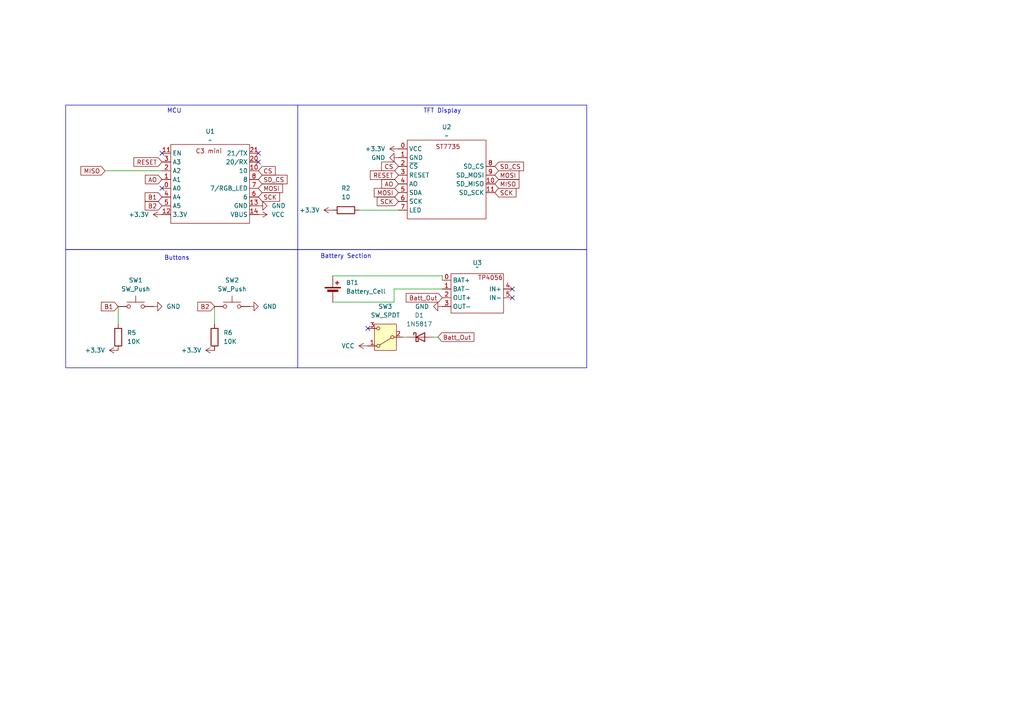
<source format=kicad_sch>
(kicad_sch
	(version 20241209)
	(generator "eeschema")
	(generator_version "8.99")
	(uuid "5cfe5dba-5d0d-4174-bd0a-21ac610b51c7")
	(paper "A4")
	(lib_symbols
		(symbol "Device:Battery_Cell"
			(pin_numbers
				(hide yes)
			)
			(pin_names
				(offset 0)
				(hide yes)
			)
			(exclude_from_sim no)
			(in_bom yes)
			(on_board yes)
			(property "Reference" "BT"
				(at 2.54 2.54 0)
				(effects
					(font
						(size 1.27 1.27)
					)
					(justify left)
				)
			)
			(property "Value" "Battery_Cell"
				(at 2.54 0 0)
				(effects
					(font
						(size 1.27 1.27)
					)
					(justify left)
				)
			)
			(property "Footprint" ""
				(at 0 1.524 90)
				(effects
					(font
						(size 1.27 1.27)
					)
					(hide yes)
				)
			)
			(property "Datasheet" "~"
				(at 0 1.524 90)
				(effects
					(font
						(size 1.27 1.27)
					)
					(hide yes)
				)
			)
			(property "Description" "Single-cell battery"
				(at 0 0 0)
				(effects
					(font
						(size 1.27 1.27)
					)
					(hide yes)
				)
			)
			(property "ki_keywords" "battery cell"
				(at 0 0 0)
				(effects
					(font
						(size 1.27 1.27)
					)
					(hide yes)
				)
			)
			(symbol "Battery_Cell_0_1"
				(rectangle
					(start -2.286 1.778)
					(end 2.286 1.524)
					(stroke
						(width 0)
						(type default)
					)
					(fill
						(type outline)
					)
				)
				(rectangle
					(start -1.524 1.016)
					(end 1.524 0.508)
					(stroke
						(width 0)
						(type default)
					)
					(fill
						(type outline)
					)
				)
				(polyline
					(pts
						(xy 0 1.778) (xy 0 2.54)
					)
					(stroke
						(width 0)
						(type default)
					)
					(fill
						(type none)
					)
				)
				(polyline
					(pts
						(xy 0 0.762) (xy 0 0)
					)
					(stroke
						(width 0)
						(type default)
					)
					(fill
						(type none)
					)
				)
				(polyline
					(pts
						(xy 0.762 3.048) (xy 1.778 3.048)
					)
					(stroke
						(width 0.254)
						(type default)
					)
					(fill
						(type none)
					)
				)
				(polyline
					(pts
						(xy 1.27 3.556) (xy 1.27 2.54)
					)
					(stroke
						(width 0.254)
						(type default)
					)
					(fill
						(type none)
					)
				)
			)
			(symbol "Battery_Cell_1_1"
				(pin passive line
					(at 0 5.08 270)
					(length 2.54)
					(name "+"
						(effects
							(font
								(size 1.27 1.27)
							)
						)
					)
					(number "1"
						(effects
							(font
								(size 1.27 1.27)
							)
						)
					)
				)
				(pin passive line
					(at 0 -2.54 90)
					(length 2.54)
					(name "-"
						(effects
							(font
								(size 1.27 1.27)
							)
						)
					)
					(number "2"
						(effects
							(font
								(size 1.27 1.27)
							)
						)
					)
				)
			)
			(embedded_fonts no)
		)
		(symbol "Device:R"
			(pin_numbers
				(hide yes)
			)
			(pin_names
				(offset 0)
			)
			(exclude_from_sim no)
			(in_bom yes)
			(on_board yes)
			(property "Reference" "R"
				(at 2.032 0 90)
				(effects
					(font
						(size 1.27 1.27)
					)
				)
			)
			(property "Value" "R"
				(at 0 0 90)
				(effects
					(font
						(size 1.27 1.27)
					)
				)
			)
			(property "Footprint" ""
				(at -1.778 0 90)
				(effects
					(font
						(size 1.27 1.27)
					)
					(hide yes)
				)
			)
			(property "Datasheet" "~"
				(at 0 0 0)
				(effects
					(font
						(size 1.27 1.27)
					)
					(hide yes)
				)
			)
			(property "Description" "Resistor"
				(at 0 0 0)
				(effects
					(font
						(size 1.27 1.27)
					)
					(hide yes)
				)
			)
			(property "ki_keywords" "R res resistor"
				(at 0 0 0)
				(effects
					(font
						(size 1.27 1.27)
					)
					(hide yes)
				)
			)
			(property "ki_fp_filters" "R_*"
				(at 0 0 0)
				(effects
					(font
						(size 1.27 1.27)
					)
					(hide yes)
				)
			)
			(symbol "R_0_1"
				(rectangle
					(start -1.016 -2.54)
					(end 1.016 2.54)
					(stroke
						(width 0.254)
						(type default)
					)
					(fill
						(type none)
					)
				)
			)
			(symbol "R_1_1"
				(pin passive line
					(at 0 3.81 270)
					(length 1.27)
					(name "~"
						(effects
							(font
								(size 1.27 1.27)
							)
						)
					)
					(number "1"
						(effects
							(font
								(size 1.27 1.27)
							)
						)
					)
				)
				(pin passive line
					(at 0 -3.81 90)
					(length 1.27)
					(name "~"
						(effects
							(font
								(size 1.27 1.27)
							)
						)
					)
					(number "2"
						(effects
							(font
								(size 1.27 1.27)
							)
						)
					)
				)
			)
			(embedded_fonts no)
		)
		(symbol "Diode:1N5817"
			(pin_numbers
				(hide yes)
			)
			(pin_names
				(offset 1.016)
				(hide yes)
			)
			(exclude_from_sim no)
			(in_bom yes)
			(on_board yes)
			(property "Reference" "D"
				(at 0 2.54 0)
				(effects
					(font
						(size 1.27 1.27)
					)
				)
			)
			(property "Value" "1N5817"
				(at 0 -2.54 0)
				(effects
					(font
						(size 1.27 1.27)
					)
				)
			)
			(property "Footprint" "Diode_THT:D_DO-41_SOD81_P10.16mm_Horizontal"
				(at 0 -4.445 0)
				(effects
					(font
						(size 1.27 1.27)
					)
					(hide yes)
				)
			)
			(property "Datasheet" "http://www.vishay.com/docs/88525/1n5817.pdf"
				(at 0 0 0)
				(effects
					(font
						(size 1.27 1.27)
					)
					(hide yes)
				)
			)
			(property "Description" "20V 1A Schottky Barrier Rectifier Diode, DO-41"
				(at 0 0 0)
				(effects
					(font
						(size 1.27 1.27)
					)
					(hide yes)
				)
			)
			(property "ki_keywords" "diode Schottky"
				(at 0 0 0)
				(effects
					(font
						(size 1.27 1.27)
					)
					(hide yes)
				)
			)
			(property "ki_fp_filters" "D*DO?41*"
				(at 0 0 0)
				(effects
					(font
						(size 1.27 1.27)
					)
					(hide yes)
				)
			)
			(symbol "1N5817_0_1"
				(polyline
					(pts
						(xy -1.905 0.635) (xy -1.905 1.27) (xy -1.27 1.27) (xy -1.27 -1.27) (xy -0.635 -1.27) (xy -0.635 -0.635)
					)
					(stroke
						(width 0.254)
						(type default)
					)
					(fill
						(type none)
					)
				)
				(polyline
					(pts
						(xy 1.27 1.27) (xy 1.27 -1.27) (xy -1.27 0) (xy 1.27 1.27)
					)
					(stroke
						(width 0.254)
						(type default)
					)
					(fill
						(type none)
					)
				)
				(polyline
					(pts
						(xy 1.27 0) (xy -1.27 0)
					)
					(stroke
						(width 0)
						(type default)
					)
					(fill
						(type none)
					)
				)
			)
			(symbol "1N5817_1_1"
				(pin passive line
					(at -3.81 0 0)
					(length 2.54)
					(name "K"
						(effects
							(font
								(size 1.27 1.27)
							)
						)
					)
					(number "1"
						(effects
							(font
								(size 1.27 1.27)
							)
						)
					)
				)
				(pin passive line
					(at 3.81 0 180)
					(length 2.54)
					(name "A"
						(effects
							(font
								(size 1.27 1.27)
							)
						)
					)
					(number "2"
						(effects
							(font
								(size 1.27 1.27)
							)
						)
					)
				)
			)
			(embedded_fonts no)
		)
		(symbol "Switch:SW_Push"
			(pin_numbers
				(hide yes)
			)
			(pin_names
				(offset 1.016)
				(hide yes)
			)
			(exclude_from_sim no)
			(in_bom yes)
			(on_board yes)
			(property "Reference" "SW"
				(at 1.27 2.54 0)
				(effects
					(font
						(size 1.27 1.27)
					)
					(justify left)
				)
			)
			(property "Value" "SW_Push"
				(at 0 -1.524 0)
				(effects
					(font
						(size 1.27 1.27)
					)
				)
			)
			(property "Footprint" ""
				(at 0 5.08 0)
				(effects
					(font
						(size 1.27 1.27)
					)
					(hide yes)
				)
			)
			(property "Datasheet" "~"
				(at 0 5.08 0)
				(effects
					(font
						(size 1.27 1.27)
					)
					(hide yes)
				)
			)
			(property "Description" "Push button switch, generic, two pins"
				(at 0 0 0)
				(effects
					(font
						(size 1.27 1.27)
					)
					(hide yes)
				)
			)
			(property "ki_keywords" "switch normally-open pushbutton push-button"
				(at 0 0 0)
				(effects
					(font
						(size 1.27 1.27)
					)
					(hide yes)
				)
			)
			(symbol "SW_Push_0_1"
				(circle
					(center -2.032 0)
					(radius 0.508)
					(stroke
						(width 0)
						(type default)
					)
					(fill
						(type none)
					)
				)
				(polyline
					(pts
						(xy 0 1.27) (xy 0 3.048)
					)
					(stroke
						(width 0)
						(type default)
					)
					(fill
						(type none)
					)
				)
				(circle
					(center 2.032 0)
					(radius 0.508)
					(stroke
						(width 0)
						(type default)
					)
					(fill
						(type none)
					)
				)
				(polyline
					(pts
						(xy 2.54 1.27) (xy -2.54 1.27)
					)
					(stroke
						(width 0)
						(type default)
					)
					(fill
						(type none)
					)
				)
				(pin passive line
					(at -5.08 0 0)
					(length 2.54)
					(name "1"
						(effects
							(font
								(size 1.27 1.27)
							)
						)
					)
					(number "1"
						(effects
							(font
								(size 1.27 1.27)
							)
						)
					)
				)
				(pin passive line
					(at 5.08 0 180)
					(length 2.54)
					(name "2"
						(effects
							(font
								(size 1.27 1.27)
							)
						)
					)
					(number "2"
						(effects
							(font
								(size 1.27 1.27)
							)
						)
					)
				)
			)
			(embedded_fonts no)
		)
		(symbol "Switch:SW_SPDT"
			(pin_names
				(offset 0)
				(hide yes)
			)
			(exclude_from_sim no)
			(in_bom yes)
			(on_board yes)
			(property "Reference" "SW"
				(at 0 5.08 0)
				(effects
					(font
						(size 1.27 1.27)
					)
				)
			)
			(property "Value" "SW_SPDT"
				(at 0 -5.08 0)
				(effects
					(font
						(size 1.27 1.27)
					)
				)
			)
			(property "Footprint" ""
				(at 0 0 0)
				(effects
					(font
						(size 1.27 1.27)
					)
					(hide yes)
				)
			)
			(property "Datasheet" "~"
				(at 0 -7.62 0)
				(effects
					(font
						(size 1.27 1.27)
					)
					(hide yes)
				)
			)
			(property "Description" "Switch, single pole double throw"
				(at 0 0 0)
				(effects
					(font
						(size 1.27 1.27)
					)
					(hide yes)
				)
			)
			(property "ki_keywords" "switch single-pole double-throw spdt ON-ON"
				(at 0 0 0)
				(effects
					(font
						(size 1.27 1.27)
					)
					(hide yes)
				)
			)
			(symbol "SW_SPDT_0_1"
				(circle
					(center -2.032 0)
					(radius 0.4572)
					(stroke
						(width 0)
						(type default)
					)
					(fill
						(type none)
					)
				)
				(polyline
					(pts
						(xy -1.651 0.254) (xy 1.651 2.286)
					)
					(stroke
						(width 0)
						(type default)
					)
					(fill
						(type none)
					)
				)
				(circle
					(center 2.032 2.54)
					(radius 0.4572)
					(stroke
						(width 0)
						(type default)
					)
					(fill
						(type none)
					)
				)
				(circle
					(center 2.032 -2.54)
					(radius 0.4572)
					(stroke
						(width 0)
						(type default)
					)
					(fill
						(type none)
					)
				)
			)
			(symbol "SW_SPDT_1_1"
				(rectangle
					(start -3.175 3.81)
					(end 3.175 -3.81)
					(stroke
						(width 0)
						(type default)
					)
					(fill
						(type background)
					)
				)
				(pin passive line
					(at -5.08 0 0)
					(length 2.54)
					(name "B"
						(effects
							(font
								(size 1.27 1.27)
							)
						)
					)
					(number "2"
						(effects
							(font
								(size 1.27 1.27)
							)
						)
					)
				)
				(pin passive line
					(at 5.08 2.54 180)
					(length 2.54)
					(name "A"
						(effects
							(font
								(size 1.27 1.27)
							)
						)
					)
					(number "1"
						(effects
							(font
								(size 1.27 1.27)
							)
						)
					)
				)
				(pin passive line
					(at 5.08 -2.54 180)
					(length 2.54)
					(name "C"
						(effects
							(font
								(size 1.27 1.27)
							)
						)
					)
					(number "3"
						(effects
							(font
								(size 1.27 1.27)
							)
						)
					)
				)
			)
			(embedded_fonts no)
		)
		(symbol "asylum:C3-mini"
			(exclude_from_sim no)
			(in_bom yes)
			(on_board yes)
			(property "Reference" "U"
				(at 0 0 0)
				(effects
					(font
						(size 1.27 1.27)
					)
				)
			)
			(property "Value" ""
				(at 0 0 0)
				(effects
					(font
						(size 1.27 1.27)
					)
				)
			)
			(property "Footprint" ""
				(at 0 0 0)
				(effects
					(font
						(size 1.27 1.27)
					)
					(hide yes)
				)
			)
			(property "Datasheet" ""
				(at 0 0 0)
				(effects
					(font
						(size 1.27 1.27)
					)
					(hide yes)
				)
			)
			(property "Description" ""
				(at 0 0 0)
				(effects
					(font
						(size 1.27 1.27)
					)
					(hide yes)
				)
			)
			(symbol "C3-mini_0_1"
				(rectangle
					(start -11.43 11.43)
					(end 11.43 -11.43)
					(stroke
						(width 0)
						(type default)
					)
					(fill
						(type none)
					)
				)
			)
			(symbol "C3-mini_1_1"
				(text "C3 mini\n"
					(at -0.381 9.525 0)
					(effects
						(font
							(size 1.27 1.27)
						)
					)
				)
				(pin input line
					(at -13.97 8.89 0)
					(length 2.54)
					(name "EN"
						(effects
							(font
								(size 1.27 1.27)
							)
						)
					)
					(number "11"
						(effects
							(font
								(size 1.27 1.27)
							)
						)
					)
				)
				(pin bidirectional line
					(at -13.97 6.35 0)
					(length 2.54)
					(name "A3"
						(effects
							(font
								(size 1.27 1.27)
							)
						)
					)
					(number "3"
						(effects
							(font
								(size 1.27 1.27)
							)
						)
					)
				)
				(pin bidirectional line
					(at -13.97 3.81 0)
					(length 2.54)
					(name "A2"
						(effects
							(font
								(size 1.27 1.27)
							)
						)
					)
					(number "2"
						(effects
							(font
								(size 1.27 1.27)
							)
						)
					)
				)
				(pin bidirectional line
					(at -13.97 1.27 0)
					(length 2.54)
					(name "A1"
						(effects
							(font
								(size 1.27 1.27)
							)
						)
					)
					(number "1"
						(effects
							(font
								(size 1.27 1.27)
							)
						)
					)
				)
				(pin bidirectional line
					(at -13.97 -1.27 0)
					(length 2.54)
					(name "A0"
						(effects
							(font
								(size 1.27 1.27)
							)
						)
					)
					(number "0"
						(effects
							(font
								(size 1.27 1.27)
							)
						)
					)
				)
				(pin bidirectional line
					(at -13.97 -3.81 0)
					(length 2.54)
					(name "A4"
						(effects
							(font
								(size 1.27 1.27)
							)
						)
					)
					(number "4"
						(effects
							(font
								(size 1.27 1.27)
							)
						)
					)
				)
				(pin bidirectional line
					(at -13.97 -6.35 0)
					(length 2.54)
					(name "A5"
						(effects
							(font
								(size 1.27 1.27)
							)
						)
					)
					(number "5"
						(effects
							(font
								(size 1.27 1.27)
							)
						)
					)
				)
				(pin power_out line
					(at -13.97 -8.89 0)
					(length 2.54)
					(name "3.3V"
						(effects
							(font
								(size 1.27 1.27)
							)
						)
					)
					(number "12"
						(effects
							(font
								(size 1.27 1.27)
							)
						)
					)
				)
				(pin bidirectional line
					(at 13.97 8.89 180)
					(length 2.54)
					(name "21/TX"
						(effects
							(font
								(size 1.27 1.27)
							)
						)
					)
					(number "21"
						(effects
							(font
								(size 1.27 1.27)
							)
						)
					)
				)
				(pin bidirectional line
					(at 13.97 6.35 180)
					(length 2.54)
					(name "20/RX"
						(effects
							(font
								(size 1.27 1.27)
							)
						)
					)
					(number "20"
						(effects
							(font
								(size 1.27 1.27)
							)
						)
					)
				)
				(pin bidirectional line
					(at 13.97 3.81 180)
					(length 2.54)
					(name "10"
						(effects
							(font
								(size 1.27 1.27)
							)
						)
					)
					(number "10"
						(effects
							(font
								(size 1.27 1.27)
							)
						)
					)
				)
				(pin bidirectional line
					(at 13.97 1.27 180)
					(length 2.54)
					(name "8"
						(effects
							(font
								(size 1.27 1.27)
							)
						)
					)
					(number "8"
						(effects
							(font
								(size 1.27 1.27)
							)
						)
					)
				)
				(pin bidirectional line
					(at 13.97 -1.27 180)
					(length 2.54)
					(name "7/RGB_LED"
						(effects
							(font
								(size 1.27 1.27)
							)
						)
					)
					(number "7"
						(effects
							(font
								(size 1.27 1.27)
							)
						)
					)
				)
				(pin bidirectional line
					(at 13.97 -3.81 180)
					(length 2.54)
					(name "6"
						(effects
							(font
								(size 1.27 1.27)
							)
						)
					)
					(number "6"
						(effects
							(font
								(size 1.27 1.27)
							)
						)
					)
				)
				(pin power_out line
					(at 13.97 -6.35 180)
					(length 2.54)
					(name "GND"
						(effects
							(font
								(size 1.27 1.27)
							)
						)
					)
					(number "13"
						(effects
							(font
								(size 1.27 1.27)
							)
						)
					)
				)
				(pin power_in line
					(at 13.97 -8.89 180)
					(length 2.54)
					(name "VBUS"
						(effects
							(font
								(size 1.27 1.27)
							)
						)
					)
					(number "14"
						(effects
							(font
								(size 1.27 1.27)
							)
						)
					)
				)
			)
			(embedded_fonts no)
		)
		(symbol "asylum:ST7735_128x160_1.8_SPI_LCD"
			(exclude_from_sim no)
			(in_bom yes)
			(on_board yes)
			(property "Reference" "U"
				(at 0 0 0)
				(effects
					(font
						(size 1.27 1.27)
					)
				)
			)
			(property "Value" ""
				(at 0 0 0)
				(effects
					(font
						(size 1.27 1.27)
					)
				)
			)
			(property "Footprint" ""
				(at 0 0 0)
				(effects
					(font
						(size 1.27 1.27)
					)
					(hide yes)
				)
			)
			(property "Datasheet" ""
				(at 0 0 0)
				(effects
					(font
						(size 1.27 1.27)
					)
					(hide yes)
				)
			)
			(property "Description" ""
				(at 0 0 0)
				(effects
					(font
						(size 1.27 1.27)
					)
					(hide yes)
				)
			)
			(symbol "ST7735_128x160_1.8_SPI_LCD_0_1"
				(rectangle
					(start -11.43 11.43)
					(end 11.43 -11.43)
					(stroke
						(width 0)
						(type default)
					)
					(fill
						(type none)
					)
				)
			)
			(symbol "ST7735_128x160_1.8_SPI_LCD_1_1"
				(text "ST7735"
					(at 0.381 9.525 0)
					(effects
						(font
							(size 1.27 1.27)
						)
					)
				)
				(pin power_out line
					(at -13.97 8.89 0)
					(length 2.54)
					(name "VCC"
						(effects
							(font
								(size 1.27 1.27)
							)
						)
					)
					(number "0"
						(effects
							(font
								(size 1.27 1.27)
							)
						)
					)
				)
				(pin power_out line
					(at -13.97 6.35 0)
					(length 2.54)
					(name "GND"
						(effects
							(font
								(size 1.27 1.27)
							)
						)
					)
					(number "1"
						(effects
							(font
								(size 1.27 1.27)
							)
						)
					)
				)
				(pin input line
					(at -13.97 3.81 0)
					(length 2.54)
					(name "~{CS}"
						(effects
							(font
								(size 1.27 1.27)
							)
						)
					)
					(number "2"
						(effects
							(font
								(size 1.27 1.27)
							)
						)
					)
				)
				(pin input line
					(at -13.97 1.27 0)
					(length 2.54)
					(name "RESET"
						(effects
							(font
								(size 1.27 1.27)
							)
						)
					)
					(number "3"
						(effects
							(font
								(size 1.27 1.27)
							)
						)
					)
				)
				(pin input line
					(at -13.97 -1.27 0)
					(length 2.54)
					(name "AO"
						(effects
							(font
								(size 1.27 1.27)
							)
						)
					)
					(number "4"
						(effects
							(font
								(size 1.27 1.27)
							)
						)
					)
				)
				(pin input line
					(at -13.97 -3.81 0)
					(length 2.54)
					(name "SDA"
						(effects
							(font
								(size 1.27 1.27)
							)
						)
					)
					(number "5"
						(effects
							(font
								(size 1.27 1.27)
							)
						)
					)
				)
				(pin input line
					(at -13.97 -6.35 0)
					(length 2.54)
					(name "SCK"
						(effects
							(font
								(size 1.27 1.27)
							)
						)
					)
					(number "6"
						(effects
							(font
								(size 1.27 1.27)
							)
						)
					)
				)
				(pin input line
					(at -13.97 -8.89 0)
					(length 2.54)
					(name "LED"
						(effects
							(font
								(size 1.27 1.27)
							)
						)
					)
					(number "7"
						(effects
							(font
								(size 1.27 1.27)
							)
						)
					)
				)
				(pin input line
					(at 13.97 3.81 180)
					(length 2.54)
					(name "SD_CS"
						(effects
							(font
								(size 1.27 1.27)
							)
						)
					)
					(number "8"
						(effects
							(font
								(size 1.27 1.27)
							)
						)
					)
				)
				(pin input line
					(at 13.97 1.27 180)
					(length 2.54)
					(name "SD_MOSI"
						(effects
							(font
								(size 1.27 1.27)
							)
						)
					)
					(number "9"
						(effects
							(font
								(size 1.27 1.27)
							)
						)
					)
				)
				(pin output line
					(at 13.97 -1.27 180)
					(length 2.54)
					(name "SD_MISO"
						(effects
							(font
								(size 1.27 1.27)
							)
						)
					)
					(number "10"
						(effects
							(font
								(size 1.27 1.27)
							)
						)
					)
				)
				(pin input line
					(at 13.97 -3.81 180)
					(length 2.54)
					(name "SD_SCK"
						(effects
							(font
								(size 1.27 1.27)
							)
						)
					)
					(number "11"
						(effects
							(font
								(size 1.27 1.27)
							)
						)
					)
				)
			)
			(embedded_fonts no)
		)
		(symbol "asylum:TP4056"
			(exclude_from_sim no)
			(in_bom yes)
			(on_board yes)
			(property "Reference" "U"
				(at 0 0 0)
				(effects
					(font
						(size 1.27 1.27)
					)
				)
			)
			(property "Value" ""
				(at 0 0 0)
				(effects
					(font
						(size 1.27 1.27)
					)
				)
			)
			(property "Footprint" ""
				(at 0 0 0)
				(effects
					(font
						(size 1.27 1.27)
					)
					(hide yes)
				)
			)
			(property "Datasheet" ""
				(at 0 0 0)
				(effects
					(font
						(size 1.27 1.27)
					)
					(hide yes)
				)
			)
			(property "Description" ""
				(at 0 0 0)
				(effects
					(font
						(size 1.27 1.27)
					)
					(hide yes)
				)
			)
			(symbol "TP4056_0_1"
				(rectangle
					(start -7.62 5.715)
					(end 7.62 -5.715)
					(stroke
						(width 0)
						(type default)
					)
					(fill
						(type none)
					)
				)
			)
			(symbol "TP4056_1_1"
				(text "TP4056\n"
					(at 3.81 4.572 0)
					(effects
						(font
							(size 1.27 1.27)
						)
					)
				)
				(pin power_out line
					(at -10.16 3.81 0)
					(length 2.54)
					(name "BAT+"
						(effects
							(font
								(size 1.27 1.27)
							)
						)
					)
					(number "0"
						(effects
							(font
								(size 1.27 1.27)
							)
						)
					)
				)
				(pin power_out line
					(at -10.16 1.27 0)
					(length 2.54)
					(name "BAT-"
						(effects
							(font
								(size 1.27 1.27)
							)
						)
					)
					(number "1"
						(effects
							(font
								(size 1.27 1.27)
							)
						)
					)
				)
				(pin power_out line
					(at -10.16 -1.27 0)
					(length 2.54)
					(name "OUT+"
						(effects
							(font
								(size 1.27 1.27)
							)
						)
					)
					(number "2"
						(effects
							(font
								(size 1.27 1.27)
							)
						)
					)
				)
				(pin power_out line
					(at -10.16 -3.81 0)
					(length 2.54)
					(name "OUT-"
						(effects
							(font
								(size 1.27 1.27)
							)
						)
					)
					(number "3"
						(effects
							(font
								(size 1.27 1.27)
							)
						)
					)
				)
				(pin power_out line
					(at 10.16 1.27 180)
					(length 2.54)
					(name "IN+"
						(effects
							(font
								(size 1.27 1.27)
							)
						)
					)
					(number "4"
						(effects
							(font
								(size 1.27 1.27)
							)
						)
					)
				)
				(pin power_out line
					(at 10.16 -1.27 180)
					(length 2.54)
					(name "IN-"
						(effects
							(font
								(size 1.27 1.27)
							)
						)
					)
					(number "5"
						(effects
							(font
								(size 1.27 1.27)
							)
						)
					)
				)
			)
			(embedded_fonts no)
		)
		(symbol "power:+3.3V"
			(power)
			(pin_numbers
				(hide yes)
			)
			(pin_names
				(offset 0)
				(hide yes)
			)
			(exclude_from_sim no)
			(in_bom yes)
			(on_board yes)
			(property "Reference" "#PWR"
				(at 0 -3.81 0)
				(effects
					(font
						(size 1.27 1.27)
					)
					(hide yes)
				)
			)
			(property "Value" "+3.3V"
				(at 0 3.556 0)
				(effects
					(font
						(size 1.27 1.27)
					)
				)
			)
			(property "Footprint" ""
				(at 0 0 0)
				(effects
					(font
						(size 1.27 1.27)
					)
					(hide yes)
				)
			)
			(property "Datasheet" ""
				(at 0 0 0)
				(effects
					(font
						(size 1.27 1.27)
					)
					(hide yes)
				)
			)
			(property "Description" "Power symbol creates a global label with name \"+3.3V\""
				(at 0 0 0)
				(effects
					(font
						(size 1.27 1.27)
					)
					(hide yes)
				)
			)
			(property "ki_keywords" "global power"
				(at 0 0 0)
				(effects
					(font
						(size 1.27 1.27)
					)
					(hide yes)
				)
			)
			(symbol "+3.3V_0_1"
				(polyline
					(pts
						(xy -0.762 1.27) (xy 0 2.54)
					)
					(stroke
						(width 0)
						(type default)
					)
					(fill
						(type none)
					)
				)
				(polyline
					(pts
						(xy 0 2.54) (xy 0.762 1.27)
					)
					(stroke
						(width 0)
						(type default)
					)
					(fill
						(type none)
					)
				)
				(polyline
					(pts
						(xy 0 0) (xy 0 2.54)
					)
					(stroke
						(width 0)
						(type default)
					)
					(fill
						(type none)
					)
				)
			)
			(symbol "+3.3V_1_1"
				(pin power_in line
					(at 0 0 90)
					(length 0)
					(name "~"
						(effects
							(font
								(size 1.27 1.27)
							)
						)
					)
					(number "1"
						(effects
							(font
								(size 1.27 1.27)
							)
						)
					)
				)
			)
			(embedded_fonts no)
		)
		(symbol "power:GND"
			(power)
			(pin_numbers
				(hide yes)
			)
			(pin_names
				(offset 0)
				(hide yes)
			)
			(exclude_from_sim no)
			(in_bom yes)
			(on_board yes)
			(property "Reference" "#PWR"
				(at 0 -6.35 0)
				(effects
					(font
						(size 1.27 1.27)
					)
					(hide yes)
				)
			)
			(property "Value" "GND"
				(at 0 -3.81 0)
				(effects
					(font
						(size 1.27 1.27)
					)
				)
			)
			(property "Footprint" ""
				(at 0 0 0)
				(effects
					(font
						(size 1.27 1.27)
					)
					(hide yes)
				)
			)
			(property "Datasheet" ""
				(at 0 0 0)
				(effects
					(font
						(size 1.27 1.27)
					)
					(hide yes)
				)
			)
			(property "Description" "Power symbol creates a global label with name \"GND\" , ground"
				(at 0 0 0)
				(effects
					(font
						(size 1.27 1.27)
					)
					(hide yes)
				)
			)
			(property "ki_keywords" "global power"
				(at 0 0 0)
				(effects
					(font
						(size 1.27 1.27)
					)
					(hide yes)
				)
			)
			(symbol "GND_0_1"
				(polyline
					(pts
						(xy 0 0) (xy 0 -1.27) (xy 1.27 -1.27) (xy 0 -2.54) (xy -1.27 -1.27) (xy 0 -1.27)
					)
					(stroke
						(width 0)
						(type default)
					)
					(fill
						(type none)
					)
				)
			)
			(symbol "GND_1_1"
				(pin power_in line
					(at 0 0 270)
					(length 0)
					(name "~"
						(effects
							(font
								(size 1.27 1.27)
							)
						)
					)
					(number "1"
						(effects
							(font
								(size 1.27 1.27)
							)
						)
					)
				)
			)
			(embedded_fonts no)
		)
		(symbol "power:VCC"
			(power)
			(pin_numbers
				(hide yes)
			)
			(pin_names
				(offset 0)
				(hide yes)
			)
			(exclude_from_sim no)
			(in_bom yes)
			(on_board yes)
			(property "Reference" "#PWR"
				(at 0 -3.81 0)
				(effects
					(font
						(size 1.27 1.27)
					)
					(hide yes)
				)
			)
			(property "Value" "VCC"
				(at 0 3.556 0)
				(effects
					(font
						(size 1.27 1.27)
					)
				)
			)
			(property "Footprint" ""
				(at 0 0 0)
				(effects
					(font
						(size 1.27 1.27)
					)
					(hide yes)
				)
			)
			(property "Datasheet" ""
				(at 0 0 0)
				(effects
					(font
						(size 1.27 1.27)
					)
					(hide yes)
				)
			)
			(property "Description" "Power symbol creates a global label with name \"VCC\""
				(at 0 0 0)
				(effects
					(font
						(size 1.27 1.27)
					)
					(hide yes)
				)
			)
			(property "ki_keywords" "global power"
				(at 0 0 0)
				(effects
					(font
						(size 1.27 1.27)
					)
					(hide yes)
				)
			)
			(symbol "VCC_0_1"
				(polyline
					(pts
						(xy -0.762 1.27) (xy 0 2.54)
					)
					(stroke
						(width 0)
						(type default)
					)
					(fill
						(type none)
					)
				)
				(polyline
					(pts
						(xy 0 2.54) (xy 0.762 1.27)
					)
					(stroke
						(width 0)
						(type default)
					)
					(fill
						(type none)
					)
				)
				(polyline
					(pts
						(xy 0 0) (xy 0 2.54)
					)
					(stroke
						(width 0)
						(type default)
					)
					(fill
						(type none)
					)
				)
			)
			(symbol "VCC_1_1"
				(pin power_in line
					(at 0 0 90)
					(length 0)
					(name "~"
						(effects
							(font
								(size 1.27 1.27)
							)
						)
					)
					(number "1"
						(effects
							(font
								(size 1.27 1.27)
							)
						)
					)
				)
			)
			(embedded_fonts no)
		)
	)
	(rectangle
		(start 19.05 72.39)
		(end 86.36 106.68)
		(stroke
			(width 0)
			(type default)
		)
		(fill
			(type none)
		)
		(uuid 3b1768b9-d372-43b5-ae2a-463e2b2a1a27)
	)
	(rectangle
		(start 86.36 72.39)
		(end 170.18 106.68)
		(stroke
			(width 0)
			(type default)
		)
		(fill
			(type none)
		)
		(uuid 9be0da9d-216a-4a52-ab4c-330895d220ee)
	)
	(rectangle
		(start 19.05 30.48)
		(end 86.36 72.39)
		(stroke
			(width 0)
			(type default)
		)
		(fill
			(type none)
		)
		(uuid c6d7e242-8898-44fc-beac-c850f822bf0b)
	)
	(rectangle
		(start 86.36 30.48)
		(end 170.18 72.39)
		(stroke
			(width 0)
			(type default)
		)
		(fill
			(type none)
		)
		(uuid eed86966-1dd1-47a9-8bd3-9699da582ee4)
	)
	(text "TFT Display\n"
		(exclude_from_sim no)
		(at 128.27 32.258 0)
		(effects
			(font
				(size 1.27 1.27)
			)
		)
		(uuid "180a2480-4fbb-4ae7-b3c9-f267287eef92")
	)
	(text "MCU\n"
		(exclude_from_sim no)
		(at 50.546 32.258 0)
		(effects
			(font
				(size 1.27 1.27)
			)
		)
		(uuid "54cfb9fc-2f49-45e3-9e14-aa77cf750c9e")
	)
	(text "Buttons\n"
		(exclude_from_sim no)
		(at 51.308 74.93 0)
		(effects
			(font
				(size 1.27 1.27)
			)
		)
		(uuid "811173a5-3d38-4188-b118-638532c13761")
	)
	(text "Battery Section\n"
		(exclude_from_sim no)
		(at 100.33 74.422 0)
		(effects
			(font
				(size 1.27 1.27)
			)
		)
		(uuid "a374488a-5fc5-48b6-953d-5ff098635997")
	)
	(no_connect
		(at 106.68 95.25)
		(uuid "1dca35d9-321b-4410-bde4-3894bfcef3e8")
	)
	(no_connect
		(at 74.93 46.99)
		(uuid "203bb8fc-9d7e-4578-9e5f-c1a26784fd15")
	)
	(no_connect
		(at 74.93 44.45)
		(uuid "33265857-c2ff-44bd-89bc-b891cabac7d6")
	)
	(no_connect
		(at 148.59 83.82)
		(uuid "66b57ee8-5855-42bd-b9a9-2ff5232551ad")
	)
	(no_connect
		(at 46.99 44.45)
		(uuid "75ac97f4-b1ed-4106-825b-10cc76663f69")
	)
	(no_connect
		(at 148.59 86.36)
		(uuid "857e82cd-a31b-4829-b796-ecbf371dfa09")
	)
	(no_connect
		(at 46.99 54.61)
		(uuid "cee16ea9-6435-4433-809a-9f486d37eece")
	)
	(wire
		(pts
			(xy 104.14 60.96) (xy 115.57 60.96)
		)
		(stroke
			(width 0)
			(type default)
		)
		(uuid "05fb0b31-20a5-4edd-8c8e-3882e3147997")
	)
	(wire
		(pts
			(xy 34.29 88.9) (xy 34.29 93.98)
		)
		(stroke
			(width 0)
			(type default)
		)
		(uuid "0f419a2d-e01d-43b0-9967-3edf871680cb")
	)
	(wire
		(pts
			(xy 96.52 87.63) (xy 114.3 87.63)
		)
		(stroke
			(width 0)
			(type default)
		)
		(uuid "14458fdd-d5a0-431c-81e6-df2dd2c9f36e")
	)
	(wire
		(pts
			(xy 125.73 97.79) (xy 127 97.79)
		)
		(stroke
			(width 0)
			(type default)
		)
		(uuid "16188395-96fb-46d1-8fae-a41514fccb14")
	)
	(wire
		(pts
			(xy 30.48 49.53) (xy 46.99 49.53)
		)
		(stroke
			(width 0)
			(type default)
		)
		(uuid "28264a9c-b584-442e-9591-ffb3f815e082")
	)
	(wire
		(pts
			(xy 62.23 88.9) (xy 62.23 93.98)
		)
		(stroke
			(width 0)
			(type default)
		)
		(uuid "3f6fdd17-9f10-4e51-8d30-fff92fde982d")
	)
	(wire
		(pts
			(xy 96.52 80.01) (xy 128.27 80.01)
		)
		(stroke
			(width 0)
			(type default)
		)
		(uuid "476b3fde-76d9-4cd8-b71f-8b222070c553")
	)
	(wire
		(pts
			(xy 114.3 83.82) (xy 128.27 83.82)
		)
		(stroke
			(width 0)
			(type default)
		)
		(uuid "54bc4085-25bb-4319-833d-479c42533c4b")
	)
	(wire
		(pts
			(xy 128.27 80.01) (xy 128.27 81.28)
		)
		(stroke
			(width 0)
			(type default)
		)
		(uuid "73de568f-7f6d-4c9a-b27f-6922d5405bf3")
	)
	(wire
		(pts
			(xy 114.3 87.63) (xy 114.3 83.82)
		)
		(stroke
			(width 0)
			(type default)
		)
		(uuid "74013466-15cd-47f8-a8bb-411f6772d7e9")
	)
	(wire
		(pts
			(xy 116.84 97.79) (xy 118.11 97.79)
		)
		(stroke
			(width 0)
			(type default)
		)
		(uuid "7f0e4c94-919c-4df7-98da-7aff51f3b200")
	)
	(global_label "SCK"
		(shape input)
		(at 143.51 55.88 0)
		(fields_autoplaced yes)
		(effects
			(font
				(size 1.27 1.27)
			)
			(justify left)
		)
		(uuid "00cfe459-de51-44c3-9099-716341eb5aea")
		(property "Intersheetrefs" "${INTERSHEET_REFS}"
			(at 150.2447 55.88 0)
			(effects
				(font
					(size 1.27 1.27)
				)
				(justify left)
				(hide yes)
			)
		)
	)
	(global_label "SD_CS"
		(shape input)
		(at 74.93 52.07 0)
		(fields_autoplaced yes)
		(effects
			(font
				(size 1.27 1.27)
			)
			(justify left)
		)
		(uuid "130c83b0-d680-47cf-9194-69e6645f3942")
		(property "Intersheetrefs" "${INTERSHEET_REFS}"
			(at 83.8418 52.07 0)
			(effects
				(font
					(size 1.27 1.27)
				)
				(justify left)
				(hide yes)
			)
		)
	)
	(global_label "RESET"
		(shape input)
		(at 115.57 50.8 180)
		(fields_autoplaced yes)
		(effects
			(font
				(size 1.27 1.27)
			)
			(justify right)
		)
		(uuid "1b781026-fa8b-41d9-b1d1-1c18d788b871")
		(property "Intersheetrefs" "${INTERSHEET_REFS}"
			(at 106.8397 50.8 0)
			(effects
				(font
					(size 1.27 1.27)
				)
				(justify right)
				(hide yes)
			)
		)
	)
	(global_label "RESET"
		(shape input)
		(at 46.99 46.99 180)
		(fields_autoplaced yes)
		(effects
			(font
				(size 1.27 1.27)
			)
			(justify right)
		)
		(uuid "20b47b54-4fc5-466f-8966-36c5a18a6a62")
		(property "Intersheetrefs" "${INTERSHEET_REFS}"
			(at 38.2597 46.99 0)
			(effects
				(font
					(size 1.27 1.27)
				)
				(justify right)
				(hide yes)
			)
		)
	)
	(global_label "MOSI"
		(shape input)
		(at 115.57 55.88 180)
		(fields_autoplaced yes)
		(effects
			(font
				(size 1.27 1.27)
			)
			(justify right)
		)
		(uuid "54a6934f-303d-4f65-9d7f-dcbf64d6ad13")
		(property "Intersheetrefs" "${INTERSHEET_REFS}"
			(at 107.9886 55.88 0)
			(effects
				(font
					(size 1.27 1.27)
				)
				(justify right)
				(hide yes)
			)
		)
	)
	(global_label "SD_CS"
		(shape input)
		(at 143.51 48.26 0)
		(fields_autoplaced yes)
		(effects
			(font
				(size 1.27 1.27)
			)
			(justify left)
		)
		(uuid "56c78b45-17be-48ab-96a7-87572b6bd25f")
		(property "Intersheetrefs" "${INTERSHEET_REFS}"
			(at 152.4218 48.26 0)
			(effects
				(font
					(size 1.27 1.27)
				)
				(justify left)
				(hide yes)
			)
		)
	)
	(global_label "MISO"
		(shape input)
		(at 30.48 49.53 180)
		(fields_autoplaced yes)
		(effects
			(font
				(size 1.27 1.27)
			)
			(justify right)
		)
		(uuid "5daa8d7d-b5e4-499b-b1a2-f2741e5437b8")
		(property "Intersheetrefs" "${INTERSHEET_REFS}"
			(at 22.8986 49.53 0)
			(effects
				(font
					(size 1.27 1.27)
				)
				(justify right)
				(hide yes)
			)
		)
	)
	(global_label "SCK"
		(shape input)
		(at 115.57 58.42 180)
		(fields_autoplaced yes)
		(effects
			(font
				(size 1.27 1.27)
			)
			(justify right)
		)
		(uuid "66c0a9a1-bfe8-471e-887c-2196e80236aa")
		(property "Intersheetrefs" "${INTERSHEET_REFS}"
			(at 108.8353 58.42 0)
			(effects
				(font
					(size 1.27 1.27)
				)
				(justify right)
				(hide yes)
			)
		)
	)
	(global_label "MISO"
		(shape input)
		(at 143.51 53.34 0)
		(fields_autoplaced yes)
		(effects
			(font
				(size 1.27 1.27)
			)
			(justify left)
		)
		(uuid "67a75a35-f4cd-41f7-8414-ebe9248421a7")
		(property "Intersheetrefs" "${INTERSHEET_REFS}"
			(at 151.0914 53.34 0)
			(effects
				(font
					(size 1.27 1.27)
				)
				(justify left)
				(hide yes)
			)
		)
	)
	(global_label "SCK"
		(shape input)
		(at 74.93 57.15 0)
		(fields_autoplaced yes)
		(effects
			(font
				(size 1.27 1.27)
			)
			(justify left)
		)
		(uuid "7e8c45fa-710c-4c80-b36d-a6b052ba51fb")
		(property "Intersheetrefs" "${INTERSHEET_REFS}"
			(at 81.6647 57.15 0)
			(effects
				(font
					(size 1.27 1.27)
				)
				(justify left)
				(hide yes)
			)
		)
	)
	(global_label "B1"
		(shape input)
		(at 46.99 57.15 180)
		(fields_autoplaced yes)
		(effects
			(font
				(size 1.27 1.27)
			)
			(justify right)
		)
		(uuid "8444d13f-50ff-453d-9a50-9c639ffd002c")
		(property "Intersheetrefs" "${INTERSHEET_REFS}"
			(at 41.5253 57.15 0)
			(effects
				(font
					(size 1.27 1.27)
				)
				(justify right)
				(hide yes)
			)
		)
	)
	(global_label "Batt_Out"
		(shape input)
		(at 128.27 86.36 180)
		(fields_autoplaced yes)
		(effects
			(font
				(size 1.27 1.27)
			)
			(justify right)
		)
		(uuid "9d6a3e2c-b1dd-45c6-a845-5a52a7959737")
		(property "Intersheetrefs" "${INTERSHEET_REFS}"
			(at 117.2416 86.36 0)
			(effects
				(font
					(size 1.27 1.27)
				)
				(justify right)
				(hide yes)
			)
		)
	)
	(global_label "Batt_Out"
		(shape input)
		(at 127 97.79 0)
		(fields_autoplaced yes)
		(effects
			(font
				(size 1.27 1.27)
			)
			(justify left)
		)
		(uuid "a240d4a1-42c3-4aba-b804-731598e2115a")
		(property "Intersheetrefs" "${INTERSHEET_REFS}"
			(at 138.0284 97.79 0)
			(effects
				(font
					(size 1.27 1.27)
				)
				(justify left)
				(hide yes)
			)
		)
	)
	(global_label "B2"
		(shape input)
		(at 62.23 88.9 180)
		(fields_autoplaced yes)
		(effects
			(font
				(size 1.27 1.27)
			)
			(justify right)
		)
		(uuid "ac26a375-eb98-4913-af67-94d389d73e8b")
		(property "Intersheetrefs" "${INTERSHEET_REFS}"
			(at 56.7653 88.9 0)
			(effects
				(font
					(size 1.27 1.27)
				)
				(justify right)
				(hide yes)
			)
		)
	)
	(global_label "B1"
		(shape input)
		(at 34.29 88.9 180)
		(fields_autoplaced yes)
		(effects
			(font
				(size 1.27 1.27)
			)
			(justify right)
		)
		(uuid "ae5a174e-a717-4d38-97ca-b9c5399966eb")
		(property "Intersheetrefs" "${INTERSHEET_REFS}"
			(at 28.8253 88.9 0)
			(effects
				(font
					(size 1.27 1.27)
				)
				(justify right)
				(hide yes)
			)
		)
	)
	(global_label "AO"
		(shape input)
		(at 115.57 53.34 180)
		(fields_autoplaced yes)
		(effects
			(font
				(size 1.27 1.27)
			)
			(justify right)
		)
		(uuid "ae85066c-0aae-4b60-bcfc-38237d8e7c8a")
		(property "Intersheetrefs" "${INTERSHEET_REFS}"
			(at 110.1657 53.34 0)
			(effects
				(font
					(size 1.27 1.27)
				)
				(justify right)
				(hide yes)
			)
		)
	)
	(global_label "AO"
		(shape input)
		(at 46.99 52.07 180)
		(fields_autoplaced yes)
		(effects
			(font
				(size 1.27 1.27)
			)
			(justify right)
		)
		(uuid "b0b846a7-288c-4225-91ce-afa642bd667e")
		(property "Intersheetrefs" "${INTERSHEET_REFS}"
			(at 41.5857 52.07 0)
			(effects
				(font
					(size 1.27 1.27)
				)
				(justify right)
				(hide yes)
			)
		)
	)
	(global_label "MOSI"
		(shape input)
		(at 74.93 54.61 0)
		(fields_autoplaced yes)
		(effects
			(font
				(size 1.27 1.27)
			)
			(justify left)
		)
		(uuid "b2cdd565-1b40-4e65-a293-f20179c4c19e")
		(property "Intersheetrefs" "${INTERSHEET_REFS}"
			(at 82.5114 54.61 0)
			(effects
				(font
					(size 1.27 1.27)
				)
				(justify left)
				(hide yes)
			)
		)
	)
	(global_label "MOSI"
		(shape input)
		(at 143.51 50.8 0)
		(fields_autoplaced yes)
		(effects
			(font
				(size 1.27 1.27)
			)
			(justify left)
		)
		(uuid "d4a9a24d-5d8b-471b-b99a-286acd1a92f5")
		(property "Intersheetrefs" "${INTERSHEET_REFS}"
			(at 151.0914 50.8 0)
			(effects
				(font
					(size 1.27 1.27)
				)
				(justify left)
				(hide yes)
			)
		)
	)
	(global_label "B2"
		(shape input)
		(at 46.99 59.69 180)
		(fields_autoplaced yes)
		(effects
			(font
				(size 1.27 1.27)
			)
			(justify right)
		)
		(uuid "de0c3b7a-3252-4c9d-974c-474a5511098f")
		(property "Intersheetrefs" "${INTERSHEET_REFS}"
			(at 41.5253 59.69 0)
			(effects
				(font
					(size 1.27 1.27)
				)
				(justify right)
				(hide yes)
			)
		)
	)
	(global_label "CS"
		(shape input)
		(at 115.57 48.26 180)
		(fields_autoplaced yes)
		(effects
			(font
				(size 1.27 1.27)
			)
			(justify right)
		)
		(uuid "f8c05d1e-65f0-41f4-8a1c-2d84b4f35b44")
		(property "Intersheetrefs" "${INTERSHEET_REFS}"
			(at 110.1053 48.26 0)
			(effects
				(font
					(size 1.27 1.27)
				)
				(justify right)
				(hide yes)
			)
		)
	)
	(global_label "CS"
		(shape input)
		(at 74.93 49.53 0)
		(fields_autoplaced yes)
		(effects
			(font
				(size 1.27 1.27)
			)
			(justify left)
		)
		(uuid "fa10a04a-dc62-42de-9172-6fa2426f7cd6")
		(property "Intersheetrefs" "${INTERSHEET_REFS}"
			(at 80.3947 49.53 0)
			(effects
				(font
					(size 1.27 1.27)
				)
				(justify left)
				(hide yes)
			)
		)
	)
	(symbol
		(lib_id "Switch:SW_Push")
		(at 39.37 88.9 0)
		(unit 1)
		(exclude_from_sim no)
		(in_bom yes)
		(on_board yes)
		(dnp no)
		(fields_autoplaced yes)
		(uuid "0631e208-7e4a-4eee-bd5a-bfdae4325ecb")
		(property "Reference" "SW1"
			(at 39.37 81.28 0)
			(effects
				(font
					(size 1.27 1.27)
				)
			)
		)
		(property "Value" "SW_Push"
			(at 39.37 83.82 0)
			(effects
				(font
					(size 1.27 1.27)
				)
			)
		)
		(property "Footprint" "Button_Switch_THT:SW_PUSH_6mm_H9.5mm"
			(at 39.37 83.82 0)
			(effects
				(font
					(size 1.27 1.27)
				)
				(hide yes)
			)
		)
		(property "Datasheet" "~"
			(at 39.37 83.82 0)
			(effects
				(font
					(size 1.27 1.27)
				)
				(hide yes)
			)
		)
		(property "Description" "Push button switch, generic, two pins"
			(at 39.37 88.9 0)
			(effects
				(font
					(size 1.27 1.27)
				)
				(hide yes)
			)
		)
		(pin "2"
			(uuid "f9422d22-0f37-4bea-ae03-6e6c132f6403")
		)
		(pin "1"
			(uuid "81c8d0c9-e65d-4832-ab7c-f11037fb3cf7")
		)
		(instances
			(project ""
				(path "/5cfe5dba-5d0d-4174-bd0a-21ac610b51c7"
					(reference "SW1")
					(unit 1)
				)
			)
		)
	)
	(symbol
		(lib_id "power:VCC")
		(at 74.93 62.23 270)
		(unit 1)
		(exclude_from_sim no)
		(in_bom yes)
		(on_board yes)
		(dnp no)
		(fields_autoplaced yes)
		(uuid "0a4a76d8-80a7-442f-a85b-559d2b77e90c")
		(property "Reference" "#PWR02"
			(at 71.12 62.23 0)
			(effects
				(font
					(size 1.27 1.27)
				)
				(hide yes)
			)
		)
		(property "Value" "VCC"
			(at 78.74 62.2299 90)
			(effects
				(font
					(size 1.27 1.27)
				)
				(justify left)
			)
		)
		(property "Footprint" ""
			(at 74.93 62.23 0)
			(effects
				(font
					(size 1.27 1.27)
				)
				(hide yes)
			)
		)
		(property "Datasheet" ""
			(at 74.93 62.23 0)
			(effects
				(font
					(size 1.27 1.27)
				)
				(hide yes)
			)
		)
		(property "Description" "Power symbol creates a global label with name \"VCC\""
			(at 74.93 62.23 0)
			(effects
				(font
					(size 1.27 1.27)
				)
				(hide yes)
			)
		)
		(pin "1"
			(uuid "ec78d419-fb9b-4e73-aae3-bacfd04d26ed")
		)
		(instances
			(project ""
				(path "/5cfe5dba-5d0d-4174-bd0a-21ac610b51c7"
					(reference "#PWR02")
					(unit 1)
				)
			)
		)
	)
	(symbol
		(lib_id "asylum:C3-mini")
		(at 60.96 53.34 0)
		(unit 1)
		(exclude_from_sim no)
		(in_bom yes)
		(on_board yes)
		(dnp no)
		(fields_autoplaced yes)
		(uuid "3220af90-9108-4f28-bfb5-5d5af71dffdc")
		(property "Reference" "U1"
			(at 60.96 38.1 0)
			(effects
				(font
					(size 1.27 1.27)
				)
			)
		)
		(property "Value" "~"
			(at 60.96 40.64 0)
			(effects
				(font
					(size 1.27 1.27)
				)
			)
		)
		(property "Footprint" "asylum-weather:WEMOS_C3_mini"
			(at 60.96 53.34 0)
			(effects
				(font
					(size 1.27 1.27)
				)
				(hide yes)
			)
		)
		(property "Datasheet" ""
			(at 60.96 53.34 0)
			(effects
				(font
					(size 1.27 1.27)
				)
				(hide yes)
			)
		)
		(property "Description" ""
			(at 60.96 53.34 0)
			(effects
				(font
					(size 1.27 1.27)
				)
				(hide yes)
			)
		)
		(pin "2"
			(uuid "5f7d6635-1015-42de-80e5-b46d66ef701d")
		)
		(pin "7"
			(uuid "62f6c9a5-5177-4603-8845-575f81f58075")
		)
		(pin "6"
			(uuid "9e067b24-319f-4d31-9364-6fe516f7b1da")
		)
		(pin "11"
			(uuid "a9d6d2fb-4c61-4ed2-bfc7-913219b5227c")
		)
		(pin "3"
			(uuid "90e6635e-ead9-4e53-9b5a-e8852b1b6b2e")
		)
		(pin "8"
			(uuid "2a123a27-ebd3-4754-b0a4-f76c6d7c7c66")
		)
		(pin "21"
			(uuid "0231e9fb-73d6-4226-bd7d-f5e8f305bea4")
		)
		(pin "4"
			(uuid "66140da4-af47-41c3-969c-351c3460bab4")
		)
		(pin "5"
			(uuid "66e6ac75-1804-4b2b-9352-4f16540df7b9")
		)
		(pin "20"
			(uuid "84622735-e99d-4693-bc91-ca5038cbbdf9")
		)
		(pin "0"
			(uuid "bdd946aa-5632-4511-9599-0c5c90c2e49e")
		)
		(pin "13"
			(uuid "6297ddf3-fb48-490c-b396-a159efee7a46")
		)
		(pin "10"
			(uuid "6d64ed9d-ab0f-4b3e-8b9c-a39c04daf353")
		)
		(pin "12"
			(uuid "e46b2506-6b8e-4561-8ffa-bdff50da70bb")
		)
		(pin "14"
			(uuid "0931502d-dca0-4523-8983-54eabbe5b81c")
		)
		(pin "1"
			(uuid "b91da96d-2832-4e1a-84ba-33189a2f6c87")
		)
		(instances
			(project ""
				(path "/5cfe5dba-5d0d-4174-bd0a-21ac610b51c7"
					(reference "U1")
					(unit 1)
				)
			)
		)
	)
	(symbol
		(lib_id "Device:R")
		(at 100.33 60.96 270)
		(unit 1)
		(exclude_from_sim no)
		(in_bom yes)
		(on_board yes)
		(dnp no)
		(fields_autoplaced yes)
		(uuid "33e3f51e-b844-4842-b700-8d3db317722a")
		(property "Reference" "R2"
			(at 100.33 54.61 90)
			(effects
				(font
					(size 1.27 1.27)
				)
			)
		)
		(property "Value" "10"
			(at 100.33 57.15 90)
			(effects
				(font
					(size 1.27 1.27)
				)
			)
		)
		(property "Footprint" "Resistor_THT:R_Axial_DIN0207_L6.3mm_D2.5mm_P7.62mm_Horizontal"
			(at 100.33 59.182 90)
			(effects
				(font
					(size 1.27 1.27)
				)
				(hide yes)
			)
		)
		(property "Datasheet" "~"
			(at 100.33 60.96 0)
			(effects
				(font
					(size 1.27 1.27)
				)
				(hide yes)
			)
		)
		(property "Description" "Resistor"
			(at 100.33 60.96 0)
			(effects
				(font
					(size 1.27 1.27)
				)
				(hide yes)
			)
		)
		(pin "1"
			(uuid "778f2c8b-898e-46ee-ad3f-5aa9287eaa67")
		)
		(pin "2"
			(uuid "8b9bb222-b62e-4232-a669-6b5f1fdd82f5")
		)
		(instances
			(project "weather"
				(path "/5cfe5dba-5d0d-4174-bd0a-21ac610b51c7"
					(reference "R2")
					(unit 1)
				)
			)
		)
	)
	(symbol
		(lib_id "power:GND")
		(at 44.45 88.9 90)
		(unit 1)
		(exclude_from_sim no)
		(in_bom yes)
		(on_board yes)
		(dnp no)
		(fields_autoplaced yes)
		(uuid "388e02c6-32d3-49a6-99fa-16804aad4898")
		(property "Reference" "#PWR011"
			(at 50.8 88.9 0)
			(effects
				(font
					(size 1.27 1.27)
				)
				(hide yes)
			)
		)
		(property "Value" "GND"
			(at 48.26 88.8999 90)
			(effects
				(font
					(size 1.27 1.27)
				)
				(justify right)
			)
		)
		(property "Footprint" ""
			(at 44.45 88.9 0)
			(effects
				(font
					(size 1.27 1.27)
				)
				(hide yes)
			)
		)
		(property "Datasheet" ""
			(at 44.45 88.9 0)
			(effects
				(font
					(size 1.27 1.27)
				)
				(hide yes)
			)
		)
		(property "Description" "Power symbol creates a global label with name \"GND\" , ground"
			(at 44.45 88.9 0)
			(effects
				(font
					(size 1.27 1.27)
				)
				(hide yes)
			)
		)
		(pin "1"
			(uuid "b67b9269-da2e-4c65-9c68-28c7d69f211c")
		)
		(instances
			(project "weather"
				(path "/5cfe5dba-5d0d-4174-bd0a-21ac610b51c7"
					(reference "#PWR011")
					(unit 1)
				)
			)
		)
	)
	(symbol
		(lib_id "power:+3.3V")
		(at 46.99 62.23 90)
		(unit 1)
		(exclude_from_sim no)
		(in_bom yes)
		(on_board yes)
		(dnp no)
		(fields_autoplaced yes)
		(uuid "45b36045-4122-4366-9beb-fccdd93d4328")
		(property "Reference" "#PWR01"
			(at 50.8 62.23 0)
			(effects
				(font
					(size 1.27 1.27)
				)
				(hide yes)
			)
		)
		(property "Value" "+3.3V"
			(at 43.18 62.2299 90)
			(effects
				(font
					(size 1.27 1.27)
				)
				(justify left)
			)
		)
		(property "Footprint" ""
			(at 46.99 62.23 0)
			(effects
				(font
					(size 1.27 1.27)
				)
				(hide yes)
			)
		)
		(property "Datasheet" ""
			(at 46.99 62.23 0)
			(effects
				(font
					(size 1.27 1.27)
				)
				(hide yes)
			)
		)
		(property "Description" "Power symbol creates a global label with name \"+3.3V\""
			(at 46.99 62.23 0)
			(effects
				(font
					(size 1.27 1.27)
				)
				(hide yes)
			)
		)
		(pin "1"
			(uuid "e9c71ca0-4e31-4f20-8c00-b58df3908ee9")
		)
		(instances
			(project ""
				(path "/5cfe5dba-5d0d-4174-bd0a-21ac610b51c7"
					(reference "#PWR01")
					(unit 1)
				)
			)
		)
	)
	(symbol
		(lib_id "power:+3.3V")
		(at 34.29 101.6 90)
		(unit 1)
		(exclude_from_sim no)
		(in_bom yes)
		(on_board yes)
		(dnp no)
		(fields_autoplaced yes)
		(uuid "48f4c8f3-a6a3-4a2c-977e-94f67f1c46cf")
		(property "Reference" "#PWR010"
			(at 38.1 101.6 0)
			(effects
				(font
					(size 1.27 1.27)
				)
				(hide yes)
			)
		)
		(property "Value" "+3.3V"
			(at 30.48 101.5999 90)
			(effects
				(font
					(size 1.27 1.27)
				)
				(justify left)
			)
		)
		(property "Footprint" ""
			(at 34.29 101.6 0)
			(effects
				(font
					(size 1.27 1.27)
				)
				(hide yes)
			)
		)
		(property "Datasheet" ""
			(at 34.29 101.6 0)
			(effects
				(font
					(size 1.27 1.27)
				)
				(hide yes)
			)
		)
		(property "Description" "Power symbol creates a global label with name \"+3.3V\""
			(at 34.29 101.6 0)
			(effects
				(font
					(size 1.27 1.27)
				)
				(hide yes)
			)
		)
		(pin "1"
			(uuid "12c5db5e-502f-4bda-96c6-c85e49906a03")
		)
		(instances
			(project "weather"
				(path "/5cfe5dba-5d0d-4174-bd0a-21ac610b51c7"
					(reference "#PWR010")
					(unit 1)
				)
			)
		)
	)
	(symbol
		(lib_id "Switch:SW_Push")
		(at 67.31 88.9 0)
		(unit 1)
		(exclude_from_sim no)
		(in_bom yes)
		(on_board yes)
		(dnp no)
		(fields_autoplaced yes)
		(uuid "512a4097-6228-45ca-9e9e-038f9e5e0cc1")
		(property "Reference" "SW2"
			(at 67.31 81.28 0)
			(effects
				(font
					(size 1.27 1.27)
				)
			)
		)
		(property "Value" "SW_Push"
			(at 67.31 83.82 0)
			(effects
				(font
					(size 1.27 1.27)
				)
			)
		)
		(property "Footprint" "Button_Switch_THT:SW_PUSH_6mm_H9.5mm"
			(at 67.31 83.82 0)
			(effects
				(font
					(size 1.27 1.27)
				)
				(hide yes)
			)
		)
		(property "Datasheet" "~"
			(at 67.31 83.82 0)
			(effects
				(font
					(size 1.27 1.27)
				)
				(hide yes)
			)
		)
		(property "Description" "Push button switch, generic, two pins"
			(at 67.31 88.9 0)
			(effects
				(font
					(size 1.27 1.27)
				)
				(hide yes)
			)
		)
		(pin "2"
			(uuid "3666ba55-0c41-4d51-b177-1f437d4bc978")
		)
		(pin "1"
			(uuid "c9aa5cb2-36a4-42fe-b0a3-7d9c1eee6efa")
		)
		(instances
			(project "weather"
				(path "/5cfe5dba-5d0d-4174-bd0a-21ac610b51c7"
					(reference "SW2")
					(unit 1)
				)
			)
		)
	)
	(symbol
		(lib_id "power:+3.3V")
		(at 96.52 60.96 90)
		(unit 1)
		(exclude_from_sim no)
		(in_bom yes)
		(on_board yes)
		(dnp no)
		(fields_autoplaced yes)
		(uuid "5c81766e-2634-46ce-92aa-0faa04fd1547")
		(property "Reference" "#PWR05"
			(at 100.33 60.96 0)
			(effects
				(font
					(size 1.27 1.27)
				)
				(hide yes)
			)
		)
		(property "Value" "+3.3V"
			(at 92.71 60.9599 90)
			(effects
				(font
					(size 1.27 1.27)
				)
				(justify left)
			)
		)
		(property "Footprint" ""
			(at 96.52 60.96 0)
			(effects
				(font
					(size 1.27 1.27)
				)
				(hide yes)
			)
		)
		(property "Datasheet" ""
			(at 96.52 60.96 0)
			(effects
				(font
					(size 1.27 1.27)
				)
				(hide yes)
			)
		)
		(property "Description" "Power symbol creates a global label with name \"+3.3V\""
			(at 96.52 60.96 0)
			(effects
				(font
					(size 1.27 1.27)
				)
				(hide yes)
			)
		)
		(pin "1"
			(uuid "530b9063-8126-4ed5-9fc2-94cdffff44d9")
		)
		(instances
			(project "weather"
				(path "/5cfe5dba-5d0d-4174-bd0a-21ac610b51c7"
					(reference "#PWR05")
					(unit 1)
				)
			)
		)
	)
	(symbol
		(lib_id "power:GND")
		(at 72.39 88.9 90)
		(unit 1)
		(exclude_from_sim no)
		(in_bom yes)
		(on_board yes)
		(dnp no)
		(fields_autoplaced yes)
		(uuid "5dff6061-dd98-4f36-acb7-87c7b7f5ff6e")
		(property "Reference" "#PWR013"
			(at 78.74 88.9 0)
			(effects
				(font
					(size 1.27 1.27)
				)
				(hide yes)
			)
		)
		(property "Value" "GND"
			(at 76.2 88.8999 90)
			(effects
				(font
					(size 1.27 1.27)
				)
				(justify right)
			)
		)
		(property "Footprint" ""
			(at 72.39 88.9 0)
			(effects
				(font
					(size 1.27 1.27)
				)
				(hide yes)
			)
		)
		(property "Datasheet" ""
			(at 72.39 88.9 0)
			(effects
				(font
					(size 1.27 1.27)
				)
				(hide yes)
			)
		)
		(property "Description" "Power symbol creates a global label with name \"GND\" , ground"
			(at 72.39 88.9 0)
			(effects
				(font
					(size 1.27 1.27)
				)
				(hide yes)
			)
		)
		(pin "1"
			(uuid "a058f550-0e42-480c-bbdf-0384509ab71e")
		)
		(instances
			(project "weather"
				(path "/5cfe5dba-5d0d-4174-bd0a-21ac610b51c7"
					(reference "#PWR013")
					(unit 1)
				)
			)
		)
	)
	(symbol
		(lib_id "power:+3.3V")
		(at 62.23 101.6 90)
		(unit 1)
		(exclude_from_sim no)
		(in_bom yes)
		(on_board yes)
		(dnp no)
		(fields_autoplaced yes)
		(uuid "74efcd2f-39d3-4eb6-a422-e3332c60fce4")
		(property "Reference" "#PWR012"
			(at 66.04 101.6 0)
			(effects
				(font
					(size 1.27 1.27)
				)
				(hide yes)
			)
		)
		(property "Value" "+3.3V"
			(at 58.42 101.5999 90)
			(effects
				(font
					(size 1.27 1.27)
				)
				(justify left)
			)
		)
		(property "Footprint" ""
			(at 62.23 101.6 0)
			(effects
				(font
					(size 1.27 1.27)
				)
				(hide yes)
			)
		)
		(property "Datasheet" ""
			(at 62.23 101.6 0)
			(effects
				(font
					(size 1.27 1.27)
				)
				(hide yes)
			)
		)
		(property "Description" "Power symbol creates a global label with name \"+3.3V\""
			(at 62.23 101.6 0)
			(effects
				(font
					(size 1.27 1.27)
				)
				(hide yes)
			)
		)
		(pin "1"
			(uuid "bf2d6090-283e-47c8-a726-f4a051461d4a")
		)
		(instances
			(project "weather"
				(path "/5cfe5dba-5d0d-4174-bd0a-21ac610b51c7"
					(reference "#PWR012")
					(unit 1)
				)
			)
		)
	)
	(symbol
		(lib_id "power:+3.3V")
		(at 115.57 43.18 90)
		(unit 1)
		(exclude_from_sim no)
		(in_bom yes)
		(on_board yes)
		(dnp no)
		(fields_autoplaced yes)
		(uuid "8c4c48a7-aa2c-44cc-9920-510db991c17a")
		(property "Reference" "#PWR07"
			(at 119.38 43.18 0)
			(effects
				(font
					(size 1.27 1.27)
				)
				(hide yes)
			)
		)
		(property "Value" "+3.3V"
			(at 111.76 43.1799 90)
			(effects
				(font
					(size 1.27 1.27)
				)
				(justify left)
			)
		)
		(property "Footprint" ""
			(at 115.57 43.18 0)
			(effects
				(font
					(size 1.27 1.27)
				)
				(hide yes)
			)
		)
		(property "Datasheet" ""
			(at 115.57 43.18 0)
			(effects
				(font
					(size 1.27 1.27)
				)
				(hide yes)
			)
		)
		(property "Description" "Power symbol creates a global label with name \"+3.3V\""
			(at 115.57 43.18 0)
			(effects
				(font
					(size 1.27 1.27)
				)
				(hide yes)
			)
		)
		(pin "1"
			(uuid "593858fa-e946-4a76-9e45-776d7b5ee529")
		)
		(instances
			(project "weather"
				(path "/5cfe5dba-5d0d-4174-bd0a-21ac610b51c7"
					(reference "#PWR07")
					(unit 1)
				)
			)
		)
	)
	(symbol
		(lib_id "Diode:1N5817")
		(at 121.92 97.79 0)
		(unit 1)
		(exclude_from_sim no)
		(in_bom yes)
		(on_board yes)
		(dnp no)
		(fields_autoplaced yes)
		(uuid "93076460-4c24-419a-b417-43e90eb85361")
		(property "Reference" "D1"
			(at 121.6025 91.44 0)
			(effects
				(font
					(size 1.27 1.27)
				)
			)
		)
		(property "Value" "1N5817"
			(at 121.6025 93.98 0)
			(effects
				(font
					(size 1.27 1.27)
				)
			)
		)
		(property "Footprint" "Diode_THT:D_DO-41_SOD81_P10.16mm_Horizontal"
			(at 121.92 102.235 0)
			(effects
				(font
					(size 1.27 1.27)
				)
				(hide yes)
			)
		)
		(property "Datasheet" "http://www.vishay.com/docs/88525/1n5817.pdf"
			(at 121.92 97.79 0)
			(effects
				(font
					(size 1.27 1.27)
				)
				(hide yes)
			)
		)
		(property "Description" "20V 1A Schottky Barrier Rectifier Diode, DO-41"
			(at 121.92 97.79 0)
			(effects
				(font
					(size 1.27 1.27)
				)
				(hide yes)
			)
		)
		(pin "2"
			(uuid "dd491a7d-7d4b-4c40-84a8-1a99c4d8861f")
		)
		(pin "1"
			(uuid "4a2b5df4-c4fe-4e99-bb6c-99447a5f9642")
		)
		(instances
			(project ""
				(path "/5cfe5dba-5d0d-4174-bd0a-21ac610b51c7"
					(reference "D1")
					(unit 1)
				)
			)
		)
	)
	(symbol
		(lib_id "power:GND")
		(at 128.27 88.9 270)
		(unit 1)
		(exclude_from_sim no)
		(in_bom yes)
		(on_board yes)
		(dnp no)
		(fields_autoplaced yes)
		(uuid "9c0dcfdd-d81c-45a0-baa9-1a9b23899fbe")
		(property "Reference" "#PWR015"
			(at 121.92 88.9 0)
			(effects
				(font
					(size 1.27 1.27)
				)
				(hide yes)
			)
		)
		(property "Value" "GND"
			(at 124.46 88.8999 90)
			(effects
				(font
					(size 1.27 1.27)
				)
				(justify right)
			)
		)
		(property "Footprint" ""
			(at 128.27 88.9 0)
			(effects
				(font
					(size 1.27 1.27)
				)
				(hide yes)
			)
		)
		(property "Datasheet" ""
			(at 128.27 88.9 0)
			(effects
				(font
					(size 1.27 1.27)
				)
				(hide yes)
			)
		)
		(property "Description" "Power symbol creates a global label with name \"GND\" , ground"
			(at 128.27 88.9 0)
			(effects
				(font
					(size 1.27 1.27)
				)
				(hide yes)
			)
		)
		(pin "1"
			(uuid "3082dfa1-a42c-4e55-a9a0-4b30d13ad4d5")
		)
		(instances
			(project "weather"
				(path "/5cfe5dba-5d0d-4174-bd0a-21ac610b51c7"
					(reference "#PWR015")
					(unit 1)
				)
			)
		)
	)
	(symbol
		(lib_id "power:VCC")
		(at 106.68 100.33 90)
		(unit 1)
		(exclude_from_sim no)
		(in_bom yes)
		(on_board yes)
		(dnp no)
		(fields_autoplaced yes)
		(uuid "a3b03b68-e6a2-4d32-a037-571b636db3a9")
		(property "Reference" "#PWR014"
			(at 110.49 100.33 0)
			(effects
				(font
					(size 1.27 1.27)
				)
				(hide yes)
			)
		)
		(property "Value" "VCC"
			(at 102.87 100.3299 90)
			(effects
				(font
					(size 1.27 1.27)
				)
				(justify left)
			)
		)
		(property "Footprint" ""
			(at 106.68 100.33 0)
			(effects
				(font
					(size 1.27 1.27)
				)
				(hide yes)
			)
		)
		(property "Datasheet" ""
			(at 106.68 100.33 0)
			(effects
				(font
					(size 1.27 1.27)
				)
				(hide yes)
			)
		)
		(property "Description" "Power symbol creates a global label with name \"VCC\""
			(at 106.68 100.33 0)
			(effects
				(font
					(size 1.27 1.27)
				)
				(hide yes)
			)
		)
		(pin "1"
			(uuid "1c22c0b3-aeb8-4bce-ba05-acbad10c3db7")
		)
		(instances
			(project "weather"
				(path "/5cfe5dba-5d0d-4174-bd0a-21ac610b51c7"
					(reference "#PWR014")
					(unit 1)
				)
			)
		)
	)
	(symbol
		(lib_id "power:GND")
		(at 74.93 59.69 90)
		(unit 1)
		(exclude_from_sim no)
		(in_bom yes)
		(on_board yes)
		(dnp no)
		(fields_autoplaced yes)
		(uuid "b0a4e633-0c29-41f0-8723-f6b2623f9a51")
		(property "Reference" "#PWR03"
			(at 81.28 59.69 0)
			(effects
				(font
					(size 1.27 1.27)
				)
				(hide yes)
			)
		)
		(property "Value" "GND"
			(at 78.74 59.6899 90)
			(effects
				(font
					(size 1.27 1.27)
				)
				(justify right)
			)
		)
		(property "Footprint" ""
			(at 74.93 59.69 0)
			(effects
				(font
					(size 1.27 1.27)
				)
				(hide yes)
			)
		)
		(property "Datasheet" ""
			(at 74.93 59.69 0)
			(effects
				(font
					(size 1.27 1.27)
				)
				(hide yes)
			)
		)
		(property "Description" "Power symbol creates a global label with name \"GND\" , ground"
			(at 74.93 59.69 0)
			(effects
				(font
					(size 1.27 1.27)
				)
				(hide yes)
			)
		)
		(pin "1"
			(uuid "01c58474-63f2-464b-86aa-67cc7855e963")
		)
		(instances
			(project ""
				(path "/5cfe5dba-5d0d-4174-bd0a-21ac610b51c7"
					(reference "#PWR03")
					(unit 1)
				)
			)
		)
	)
	(symbol
		(lib_id "Device:R")
		(at 34.29 97.79 180)
		(unit 1)
		(exclude_from_sim no)
		(in_bom yes)
		(on_board yes)
		(dnp no)
		(fields_autoplaced yes)
		(uuid "b42ad471-22d8-4213-b6d4-9763b77ca090")
		(property "Reference" "R5"
			(at 36.83 96.5199 0)
			(effects
				(font
					(size 1.27 1.27)
				)
				(justify right)
			)
		)
		(property "Value" "10K"
			(at 36.83 99.0599 0)
			(effects
				(font
					(size 1.27 1.27)
				)
				(justify right)
			)
		)
		(property "Footprint" "Resistor_THT:R_Axial_DIN0207_L6.3mm_D2.5mm_P7.62mm_Horizontal"
			(at 36.068 97.79 90)
			(effects
				(font
					(size 1.27 1.27)
				)
				(hide yes)
			)
		)
		(property "Datasheet" "~"
			(at 34.29 97.79 0)
			(effects
				(font
					(size 1.27 1.27)
				)
				(hide yes)
			)
		)
		(property "Description" "Resistor"
			(at 34.29 97.79 0)
			(effects
				(font
					(size 1.27 1.27)
				)
				(hide yes)
			)
		)
		(pin "1"
			(uuid "74d501a8-ea41-4c8e-a29f-b5856a47e418")
		)
		(pin "2"
			(uuid "1afdead8-537f-4dbf-b5c2-2cd6ab7541cb")
		)
		(instances
			(project "weather"
				(path "/5cfe5dba-5d0d-4174-bd0a-21ac610b51c7"
					(reference "R5")
					(unit 1)
				)
			)
		)
	)
	(symbol
		(lib_id "Device:R")
		(at 62.23 97.79 180)
		(unit 1)
		(exclude_from_sim no)
		(in_bom yes)
		(on_board yes)
		(dnp no)
		(fields_autoplaced yes)
		(uuid "b5863452-af44-4747-bdbb-40088bd65b36")
		(property "Reference" "R6"
			(at 64.77 96.5199 0)
			(effects
				(font
					(size 1.27 1.27)
				)
				(justify right)
			)
		)
		(property "Value" "10K"
			(at 64.77 99.0599 0)
			(effects
				(font
					(size 1.27 1.27)
				)
				(justify right)
			)
		)
		(property "Footprint" "Resistor_THT:R_Axial_DIN0207_L6.3mm_D2.5mm_P7.62mm_Horizontal"
			(at 64.008 97.79 90)
			(effects
				(font
					(size 1.27 1.27)
				)
				(hide yes)
			)
		)
		(property "Datasheet" "~"
			(at 62.23 97.79 0)
			(effects
				(font
					(size 1.27 1.27)
				)
				(hide yes)
			)
		)
		(property "Description" "Resistor"
			(at 62.23 97.79 0)
			(effects
				(font
					(size 1.27 1.27)
				)
				(hide yes)
			)
		)
		(pin "1"
			(uuid "b461e67d-dc30-4a43-9800-03f5e1954cdd")
		)
		(pin "2"
			(uuid "d85ee30d-d8d2-4f3a-af6d-5f272583d0f7")
		)
		(instances
			(project "weather"
				(path "/5cfe5dba-5d0d-4174-bd0a-21ac610b51c7"
					(reference "R6")
					(unit 1)
				)
			)
		)
	)
	(symbol
		(lib_id "Device:Battery_Cell")
		(at 96.52 85.09 0)
		(unit 1)
		(exclude_from_sim no)
		(in_bom yes)
		(on_board yes)
		(dnp no)
		(fields_autoplaced yes)
		(uuid "b5a6c598-a115-4c3b-aedb-26a1a2a313db")
		(property "Reference" "BT1"
			(at 100.33 81.9784 0)
			(effects
				(font
					(size 1.27 1.27)
				)
				(justify left)
			)
		)
		(property "Value" "Battery_Cell"
			(at 100.33 84.5184 0)
			(effects
				(font
					(size 1.27 1.27)
				)
				(justify left)
			)
		)
		(property "Footprint" ""
			(at 96.52 83.566 90)
			(effects
				(font
					(size 1.27 1.27)
				)
				(hide yes)
			)
		)
		(property "Datasheet" "~"
			(at 96.52 83.566 90)
			(effects
				(font
					(size 1.27 1.27)
				)
				(hide yes)
			)
		)
		(property "Description" "Single-cell battery"
			(at 96.52 85.09 0)
			(effects
				(font
					(size 1.27 1.27)
				)
				(hide yes)
			)
		)
		(pin "1"
			(uuid "3d1ac882-44f4-4a88-b1fa-2ced9bd5c7d8")
		)
		(pin "2"
			(uuid "9e376edb-352a-49f7-9387-494654028532")
		)
		(instances
			(project ""
				(path "/5cfe5dba-5d0d-4174-bd0a-21ac610b51c7"
					(reference "BT1")
					(unit 1)
				)
			)
		)
	)
	(symbol
		(lib_id "power:GND")
		(at 115.57 45.72 270)
		(unit 1)
		(exclude_from_sim no)
		(in_bom yes)
		(on_board yes)
		(dnp no)
		(fields_autoplaced yes)
		(uuid "ca9d6a1f-cb48-44b6-9b98-e71cb23f8fde")
		(property "Reference" "#PWR06"
			(at 109.22 45.72 0)
			(effects
				(font
					(size 1.27 1.27)
				)
				(hide yes)
			)
		)
		(property "Value" "GND"
			(at 111.76 45.7199 90)
			(effects
				(font
					(size 1.27 1.27)
				)
				(justify right)
			)
		)
		(property "Footprint" ""
			(at 115.57 45.72 0)
			(effects
				(font
					(size 1.27 1.27)
				)
				(hide yes)
			)
		)
		(property "Datasheet" ""
			(at 115.57 45.72 0)
			(effects
				(font
					(size 1.27 1.27)
				)
				(hide yes)
			)
		)
		(property "Description" "Power symbol creates a global label with name \"GND\" , ground"
			(at 115.57 45.72 0)
			(effects
				(font
					(size 1.27 1.27)
				)
				(hide yes)
			)
		)
		(pin "1"
			(uuid "64e985ef-e420-4501-a0e3-53a2f9c633c9")
		)
		(instances
			(project "weather"
				(path "/5cfe5dba-5d0d-4174-bd0a-21ac610b51c7"
					(reference "#PWR06")
					(unit 1)
				)
			)
		)
	)
	(symbol
		(lib_id "asylum:TP4056")
		(at 138.43 85.09 0)
		(unit 1)
		(exclude_from_sim no)
		(in_bom yes)
		(on_board yes)
		(dnp no)
		(fields_autoplaced yes)
		(uuid "cd530d4d-3c32-45d3-b609-65614bbce232")
		(property "Reference" "U3"
			(at 138.43 76.2 0)
			(effects
				(font
					(size 1.27 1.27)
				)
			)
		)
		(property "Value" "~"
			(at 138.43 77.47 0)
			(effects
				(font
					(size 1.27 1.27)
				)
			)
		)
		(property "Footprint" "asylum-weather:TP4056"
			(at 138.43 85.09 0)
			(effects
				(font
					(size 1.27 1.27)
				)
				(hide yes)
			)
		)
		(property "Datasheet" ""
			(at 138.43 85.09 0)
			(effects
				(font
					(size 1.27 1.27)
				)
				(hide yes)
			)
		)
		(property "Description" ""
			(at 138.43 85.09 0)
			(effects
				(font
					(size 1.27 1.27)
				)
				(hide yes)
			)
		)
		(pin "5"
			(uuid "f1464130-f5d9-4bac-ac6e-cf4402aaca21")
		)
		(pin "1"
			(uuid "5016c97c-13d0-44f4-b496-e0c36c92d9cd")
		)
		(pin "2"
			(uuid "3b59c654-933f-437a-a798-da5b1bd63162")
		)
		(pin "3"
			(uuid "936a0e7f-11f4-4c3e-8ea8-a68d4273c516")
		)
		(pin "4"
			(uuid "ea06a06c-4c4b-4957-b876-2b86384f2a68")
		)
		(pin "0"
			(uuid "ad2227b8-24a7-4a69-874c-9a5945eef522")
		)
		(instances
			(project ""
				(path "/5cfe5dba-5d0d-4174-bd0a-21ac610b51c7"
					(reference "U3")
					(unit 1)
				)
			)
		)
	)
	(symbol
		(lib_id "Switch:SW_SPDT")
		(at 111.76 97.79 180)
		(unit 1)
		(exclude_from_sim no)
		(in_bom yes)
		(on_board yes)
		(dnp no)
		(fields_autoplaced yes)
		(uuid "ebeb99b7-4451-46d9-a7c8-8eb8cc199372")
		(property "Reference" "SW3"
			(at 111.76 88.9 0)
			(effects
				(font
					(size 1.27 1.27)
				)
			)
		)
		(property "Value" "SW_SPDT"
			(at 111.76 91.44 0)
			(effects
				(font
					(size 1.27 1.27)
				)
			)
		)
		(property "Footprint" "Button_Switch_THT:SW_Slide_SPDT_Angled_CK_OS102011MA1Q"
			(at 111.76 97.79 0)
			(effects
				(font
					(size 1.27 1.27)
				)
				(hide yes)
			)
		)
		(property "Datasheet" "~"
			(at 111.76 90.17 0)
			(effects
				(font
					(size 1.27 1.27)
				)
				(hide yes)
			)
		)
		(property "Description" "Switch, single pole double throw"
			(at 111.76 97.79 0)
			(effects
				(font
					(size 1.27 1.27)
				)
				(hide yes)
			)
		)
		(pin "3"
			(uuid "01167536-19a4-4220-8566-65de1d9bf89d")
		)
		(pin "2"
			(uuid "5d45e0cf-5445-4d49-b1dd-3e4acf8a7707")
		)
		(pin "1"
			(uuid "8b680816-63e9-448a-9417-52a1942cf074")
		)
		(instances
			(project ""
				(path "/5cfe5dba-5d0d-4174-bd0a-21ac610b51c7"
					(reference "SW3")
					(unit 1)
				)
			)
		)
	)
	(symbol
		(lib_id "asylum:ST7735_128x160_1.8_SPI_LCD")
		(at 129.54 52.07 0)
		(unit 1)
		(exclude_from_sim no)
		(in_bom yes)
		(on_board yes)
		(dnp no)
		(fields_autoplaced yes)
		(uuid "f7ae568f-46a2-4b58-ae67-a0fd7087735b")
		(property "Reference" "U2"
			(at 129.54 36.83 0)
			(effects
				(font
					(size 1.27 1.27)
				)
			)
		)
		(property "Value" "~"
			(at 129.54 39.37 0)
			(effects
				(font
					(size 1.27 1.27)
				)
			)
		)
		(property "Footprint" "asylum-weather:TFT_ST7735_SD"
			(at 129.54 52.07 0)
			(effects
				(font
					(size 1.27 1.27)
				)
				(hide yes)
			)
		)
		(property "Datasheet" ""
			(at 129.54 52.07 0)
			(effects
				(font
					(size 1.27 1.27)
				)
				(hide yes)
			)
		)
		(property "Description" ""
			(at 129.54 52.07 0)
			(effects
				(font
					(size 1.27 1.27)
				)
				(hide yes)
			)
		)
		(pin "2"
			(uuid "4140eccd-1552-4aab-aa2e-835d627cfb1b")
		)
		(pin "1"
			(uuid "9c035d8c-b752-41f5-9948-9d98a0e03ecf")
		)
		(pin "9"
			(uuid "bdc2ff4b-5731-46cf-a045-8e16cdb2d4d8")
		)
		(pin "10"
			(uuid "c7d07b74-6cd2-4410-bbd0-4c26c4f8ae09")
		)
		(pin "8"
			(uuid "79b5012a-09b7-4ebf-b96d-0594683a084f")
		)
		(pin "5"
			(uuid "e2fb2c39-5a13-4af0-a667-c24d45824a01")
		)
		(pin "0"
			(uuid "db7892ef-19e4-4084-8d26-19debdd409ee")
		)
		(pin "4"
			(uuid "eca7d396-c675-4c2e-adc3-cdec426fefdb")
		)
		(pin "6"
			(uuid "8b8b3d09-3007-423d-8e53-b065b7b2cd64")
		)
		(pin "3"
			(uuid "434bd0e9-d44d-4581-b6de-68aa0eb0455c")
		)
		(pin "7"
			(uuid "7eeea1e3-d81a-4de2-bdab-e4a354f9da0f")
		)
		(pin "11"
			(uuid "d3697d21-7384-4a7c-8916-69299160b630")
		)
		(instances
			(project ""
				(path "/5cfe5dba-5d0d-4174-bd0a-21ac610b51c7"
					(reference "U2")
					(unit 1)
				)
			)
		)
	)
	(sheet_instances
		(path "/"
			(page "1")
		)
	)
	(embedded_fonts no)
)

</source>
